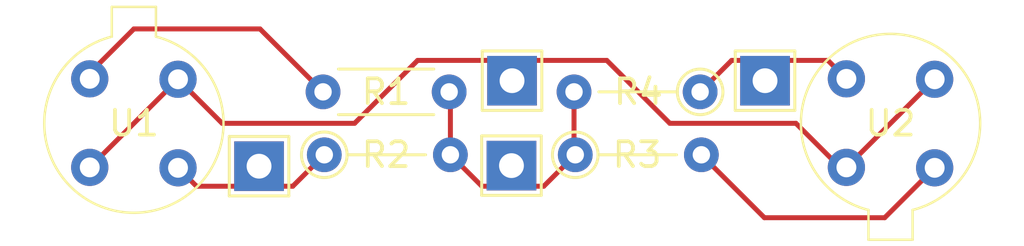
<source format=kicad_pcb>
(kicad_pcb (version 20241229) (generator "pcbnew") (generator_version "9.0")
  (layers (0 "F.Cu" signal) (2 "B.Cu" signal) (13 "F.Paste" user) (15 "B.Paste" user) (5 "F.SilkS" user "F.Silkscreen") (7 "B.SilkS" user "B.Silkscreen") (1 "F.Mask" user) (3 "B.Mask" user) (25 "Edge.Cuts" user))
  (net 0 "")
  (net 1 "Net-(J1-Pin_1)")
  (net 2 "Net-(J2-Pin_1)")
  (net 3 "Net-(J3-Pin_1)")
  (net 4 "Net-(J4-Pin_1)")
  (net 5 "Net-(U1-K)")
  (net 6 "Net-(U2-K)")
  (footprint "Resistor_THT:R_Axial_DIN0204_L3.6mm_D1.6mm_P5.08mm_Vertical" (layer "F.Cu") (at 83.87 29.21)
    (property "Reference" "R2" (at 2.49 0 0) (layer "F.SilkS"))
    (property "Value" "10k")
    (fp_line (start 0.92 0) (end 4.08 0) (stroke (width 0.12)) (layer "F.SilkS"))
    (fp_circle (center 0 0) (end 0.92 0) (stroke (width 0.12)) (fill no) (layer "F.SilkS"))
    (pad "1" thru_hole circle (at 0 0) (size 1.4 1.4) (drill 0.7) (layers "*.Cu" "*.Mask") (net 3 "Net-(J3-Pin_1)"))
    (pad "2" thru_hole oval (at 5.08 0) (size 1.4 1.4) (drill 0.7) (layers "*.Cu" "*.Mask") (net 2 "Net-(J2-Pin_1)"))
  )
  (footprint "Resistor_THT:R_Axial_DIN0204_L3.6mm_D1.6mm_P5.08mm_Vertical" (layer "F.Cu") (at 99.01 26.67 180)
    (property "Reference" "R4" (at 2.49 0 0) (layer "F.SilkS"))
    (property "Value" "10k")
    (fp_line (start 0.92 0) (end 4.08 0) (stroke (width 0.12)) (layer "F.SilkS"))
    (fp_circle (center 0 0) (end 0.92 0) (stroke (width 0.12)) (fill no) (layer "F.SilkS"))
    (pad "1" thru_hole circle (at 0 0 180) (size 1.4 1.4) (drill 0.7) (layers "*.Cu" "*.Mask") (net 4 "Net-(J4-Pin_1)"))
    (pad "2" thru_hole oval (at 5.08 0 180) (size 1.4 1.4) (drill 0.7) (layers "*.Cu" "*.Mask") (net 2 "Net-(J2-Pin_1)"))
  )
  (footprint "TestPoint:TestPoint_THTPad_2.0x2.0mm_Drill1.0mm" (layer "F.Cu") (at 91.410007 29.647113)
    (property "Reference" "J2" (hide yes))
    (property "Value" "GND")
    (fp_line (start -1.2 -1.2) (end 1.2 -1.2) (stroke (width 0.12)) (layer "F.SilkS"))
    (fp_line (start -1.2 1.2) (end -1.2 -1.2) (stroke (width 0.12)) (layer "F.SilkS"))
    (fp_line (start 1.2 -1.2) (end 1.2 1.2) (stroke (width 0.12)) (layer "F.SilkS"))
    (fp_line (start 1.2 1.2) (end -1.2 1.2) (stroke (width 0.12)) (layer "F.SilkS"))
    (pad "1" thru_hole rect (at 0 0) (size 2 2) (drill 1) (layers "*.Cu" "*.Mask") (net 2 "Net-(J2-Pin_1)"))
  )
  (footprint "Resistor_THT:R_Axial_DIN0204_L3.6mm_D1.6mm_P5.08mm_Vertical" (layer "F.Cu") (at 93.98 29.21)
    (property "Reference" "R3" (at 2.49 0 0) (layer "F.SilkS"))
    (property "Value" "200R")
    (fp_line (start 0.92 0) (end 4.08 0) (stroke (width 0.12)) (layer "F.SilkS"))
    (fp_circle (center 0 0) (end 0.92 0) (stroke (width 0.12)) (fill no) (layer "F.SilkS"))
    (pad "1" thru_hole circle (at 0 0) (size 1.4 1.4) (drill 0.7) (layers "*.Cu" "*.Mask") (net 2 "Net-(J2-Pin_1)"))
    (pad "2" thru_hole oval (at 5.08 0) (size 1.4 1.4) (drill 0.7) (layers "*.Cu" "*.Mask") (net 6 "Net-(U2-K)"))
  )
  (footprint "Sensor_Optical_Custom:TCRT9000" (layer "F.Cu") (at 106.68 27.94 90)
    (property "Reference" "U2" (at 0 0 180) (layer "F.SilkS"))
    (property "Value" "TCRT9000")
    (fp_line (start -3.498923 -0.889) (end -4.699 -0.889) (stroke (width 0.1)) (layer "F.SilkS"))
    (fp_line (start -4.699 -0.889) (end -4.699 0.889) (stroke (width 0.1)) (layer "F.SilkS"))
    (fp_line (start -4.699 0.889) (end -3.498922 0.889001) (stroke (width 0.1)) (layer "F.SilkS"))
    (fp_arc (start -3.498923 -0.889) (mid 3.610095 -0.000003) (end -3.498922 0.889005) (stroke (width 0.1)) (layer "F.SilkS"))
    (pad "1" thru_hole oval (at -1.778 -1.778 90) (size 1.5 1.5) (drill 0.8) (layers "*.Cu" "*.Mask") (net 1 "Net-(J1-Pin_1)"))
    (pad "2" thru_hole oval (at -1.796051 1.778 90) (size 1.5 1.5) (drill 0.8) (layers "*.Cu" "*.Mask") (net 6 "Net-(U2-K)"))
    (pad "3" thru_hole oval (at 1.778 1.778 90) (size 1.5 1.5) (drill 0.8) (layers "*.Cu" "*.Mask") (net 1 "Net-(J1-Pin_1)"))
    (pad "4" thru_hole oval (at 1.796051 -1.778 90) (size 1.5 1.5) (drill 0.8) (layers "*.Cu" "*.Mask") (net 4 "Net-(J4-Pin_1)"))
  )
  (footprint "TestPoint:TestPoint_THTPad_2.0x2.0mm_Drill1.0mm" (layer "F.Cu") (at 101.624631 26.218917)
    (property "Reference" "J4" (hide yes))
    (property "Value" "OUT2")
    (fp_line (start -1.2 -1.2) (end 1.2 -1.2) (stroke (width 0.12)) (layer "F.SilkS"))
    (fp_line (start -1.2 1.2) (end -1.2 -1.2) (stroke (width 0.12)) (layer "F.SilkS"))
    (fp_line (start 1.2 -1.2) (end 1.2 1.2) (stroke (width 0.12)) (layer "F.SilkS"))
    (fp_line (start 1.2 1.2) (end -1.2 1.2) (stroke (width 0.12)) (layer "F.SilkS"))
    (pad "1" thru_hole rect (at 0 0) (size 2 2) (drill 1) (layers "*.Cu" "*.Mask") (net 4 "Net-(J4-Pin_1)"))
  )
  (footprint "TestPoint:TestPoint_THTPad_2.0x2.0mm_Drill1.0mm" (layer "F.Cu") (at 91.433328 26.218917)
    (property "Reference" "J1" (hide yes))
    (property "Value" "VCC")
    (fp_line (start -1.2 -1.2) (end 1.2 -1.2) (stroke (width 0.12)) (layer "F.SilkS"))
    (fp_line (start -1.2 1.2) (end -1.2 -1.2) (stroke (width 0.12)) (layer "F.SilkS"))
    (fp_line (start 1.2 -1.2) (end 1.2 1.2) (stroke (width 0.12)) (layer "F.SilkS"))
    (fp_line (start 1.2 1.2) (end -1.2 1.2) (stroke (width 0.12)) (layer "F.SilkS"))
    (pad "1" thru_hole rect (at 0 0) (size 2 2) (drill 1) (layers "*.Cu" "*.Mask") (net 1 "Net-(J1-Pin_1)"))
  )
  (footprint "Resistor_THT:R_Axial_DIN0204_L3.6mm_D1.6mm_P5.08mm_Horizontal" (layer "F.Cu") (at 88.9 26.67 180)
    (property "Reference" "R1" (at 2.54 0 0) (layer "F.SilkS"))
    (property "Value" "200R")
    (fp_line (start 0.62 0.92) (end 4.46 0.92) (stroke (width 0.12)) (layer "F.SilkS"))
    (fp_line (start 0.62 -0.92) (end 4.46 -0.92) (stroke (width 0.12)) (layer "F.SilkS"))
    (pad "1" thru_hole circle (at 0 0 180) (size 1.4 1.4) (drill 0.7) (layers "*.Cu" "*.Mask") (net 2 "Net-(J2-Pin_1)"))
    (pad "2" thru_hole oval (at 5.08 0 180) (size 1.4 1.4) (drill 0.7) (layers "*.Cu" "*.Mask") (net 5 "Net-(U1-K)"))
  )
  (footprint "Sensor_Optical_Custom:TCRT9000" (layer "F.Cu") (at 76.2 27.94 -90)
    (property "Reference" "U1" (at 0 0 180) (layer "F.SilkS"))
    (property "Value" "TCRT9000")
    (fp_line (start -4.699 0.889) (end -3.498922 0.889001) (stroke (width 0.1)) (layer "F.SilkS"))
    (fp_line (start -4.699 -0.889) (end -4.699 0.889) (stroke (width 0.1)) (layer "F.SilkS"))
    (fp_line (start -3.498923 -0.889) (end -4.699 -0.889) (stroke (width 0.1)) (layer "F.SilkS"))
    (fp_arc (start -3.498923 -0.889) (mid 3.610095 -0.000003) (end -3.498922 0.889005) (stroke (width 0.1)) (layer "F.SilkS"))
    (pad "1" thru_hole oval (at -1.778 -1.778 270) (size 1.5 1.5) (drill 0.8) (layers "*.Cu" "*.Mask") (net 1 "Net-(J1-Pin_1)"))
    (pad "2" thru_hole oval (at -1.796051 1.778 270) (size 1.5 1.5) (drill 0.8) (layers "*.Cu" "*.Mask") (net 5 "Net-(U1-K)"))
    (pad "3" thru_hole oval (at 1.778 1.778 270) (size 1.5 1.5) (drill 0.8) (layers "*.Cu" "*.Mask") (net 1 "Net-(J1-Pin_1)"))
    (pad "4" thru_hole oval (at 1.796051 -1.778 270) (size 1.5 1.5) (drill 0.8) (layers "*.Cu" "*.Mask") (net 3 "Net-(J3-Pin_1)"))
  )
  (footprint "TestPoint:TestPoint_THTPad_2.0x2.0mm_Drill1.0mm" (layer "F.Cu") (at 81.242025 29.670434)
    (property "Reference" "J3" (hide yes))
    (property "Value" "OUT1")
    (fp_line (start -1.2 -1.2) (end 1.2 -1.2) (stroke (width 0.12)) (layer "F.SilkS"))
    (fp_line (start -1.2 1.2) (end -1.2 -1.2) (stroke (width 0.12)) (layer "F.SilkS"))
    (fp_line (start 1.2 -1.2) (end 1.2 1.2) (stroke (width 0.12)) (layer "F.SilkS"))
    (fp_line (start 1.2 1.2) (end -1.2 1.2) (stroke (width 0.12)) (layer "F.SilkS"))
    (pad "1" thru_hole rect (at 0 0) (size 2 2) (drill 1) (layers "*.Cu" "*.Mask") (net 3 "Net-(J3-Pin_1)"))
  )
  (segment (start 79.756 27.94) (end 77.978 26.162) (width 0.2) (layer "F.Cu") (net 1))
  (segment (start 91.44 25.4) (end 95.25 25.4) (width 0.2) (layer "F.Cu") (net 1))
  (segment (start 95.25 25.4) (end 97.79 27.94) (width 0.2) (layer "F.Cu") (net 1))
  (segment (start 104.648 29.718) (end 104.902 29.718) (width 0.2) (layer "F.Cu") (net 1))
  (segment (start 97.79 27.94) (end 102.87 27.94) (width 0.2) (layer "F.Cu") (net 1))
  (segment (start 91.44 25.4) (end 87.63 25.4) (width 0.2) (layer "F.Cu") (net 1))
  (segment (start 87.63 25.4) (end 85.09 27.94) (width 0.2) (layer "F.Cu") (net 1))
  (segment (start 77.978 26.162) (end 74.422 29.718) (width 0.2) (layer "F.Cu") (net 1))
  (segment (start 108.458 26.162) (end 104.902 29.718) (width 0.2) (layer "F.Cu") (net 1))
  (segment (start 85.09 27.94) (end 79.756 27.94) (width 0.2) (layer "F.Cu") (net 1))
  (segment (start 102.87 27.94) (end 104.648 29.718) (width 0.2) (layer "F.Cu") (net 1))
  (segment (start 93.93 29.16) (end 93.98 29.21) (width 0.2) (layer "F.Cu") (net 2))
  (segment (start 88.95 29.21) (end 88.95 26.72) (width 0.2) (layer "F.Cu") (net 2))
  (segment (start 92.71 30.48) (end 93.98 29.21) (width 0.2) (layer "F.Cu") (net 2))
  (segment (start 91.44 30.48) (end 92.71 30.48) (width 0.2) (layer "F.Cu") (net 2))
  (segment (start 93.93 26.67) (end 93.93 29.16) (width 0.2) (layer "F.Cu") (net 2))
  (segment (start 91.44 30.48) (end 90.22 30.48) (width 0.2) (layer "F.Cu") (net 2))
  (segment (start 88.95 26.72) (end 88.9 26.67) (width 0.2) (layer "F.Cu") (net 2))
  (segment (start 90.22 30.48) (end 88.95 29.21) (width 0.2) (layer "F.Cu") (net 2))
  (segment (start 88.9 29.16) (end 88.95 29.21) (width 0.2) (layer "B.Cu") (net 2))
  (segment (start 81.28 30.48) (end 78.721949 30.48) (width 0.2) (layer "F.Cu") (net 3))
  (segment (start 82.6 30.48) (end 83.87 29.21) (width 0.2) (layer "F.Cu") (net 3))
  (segment (start 81.28 30.48) (end 82.6 30.48) (width 0.2) (layer "F.Cu") (net 3))
  (segment (start 78.721949 30.48) (end 77.978 29.736051) (width 0.2) (layer "F.Cu") (net 3))
  (segment (start 101.6 25.4) (end 104.158051 25.4) (width 0.2) (layer "F.Cu") (net 4))
  (segment (start 101.6 25.4) (end 100.28 25.4) (width 0.2) (layer "F.Cu") (net 4))
  (segment (start 104.158051 25.4) (end 104.902 26.143949) (width 0.2) (layer "F.Cu") (net 4))
  (segment (start 100.28 25.4) (end 99.01 26.67) (width 0.2) (layer "F.Cu") (net 4))
  (segment (start 74.422 25.908) (end 76.2 24.13) (width 0.2) (layer "F.Cu") (net 5))
  (segment (start 76.2 24.13) (end 81.28 24.13) (width 0.2) (layer "F.Cu") (net 5))
  (segment (start 81.28 24.13) (end 83.82 26.67) (width 0.2) (layer "F.Cu") (net 5))
  (segment (start 74.422 26.143949) (end 74.422 25.908) (width 0.2) (layer "F.Cu") (net 5))
  (segment (start 106.444051 31.75) (end 101.6 31.75) (width 0.2) (layer "F.Cu") (net 6))
  (segment (start 108.458 29.736051) (end 106.444051 31.75) (width 0.2) (layer "F.Cu") (net 6))
  (segment (start 101.6 31.75) (end 99.06 29.21) (width 0.2) (layer "F.Cu") (net 6))
)
</source>
